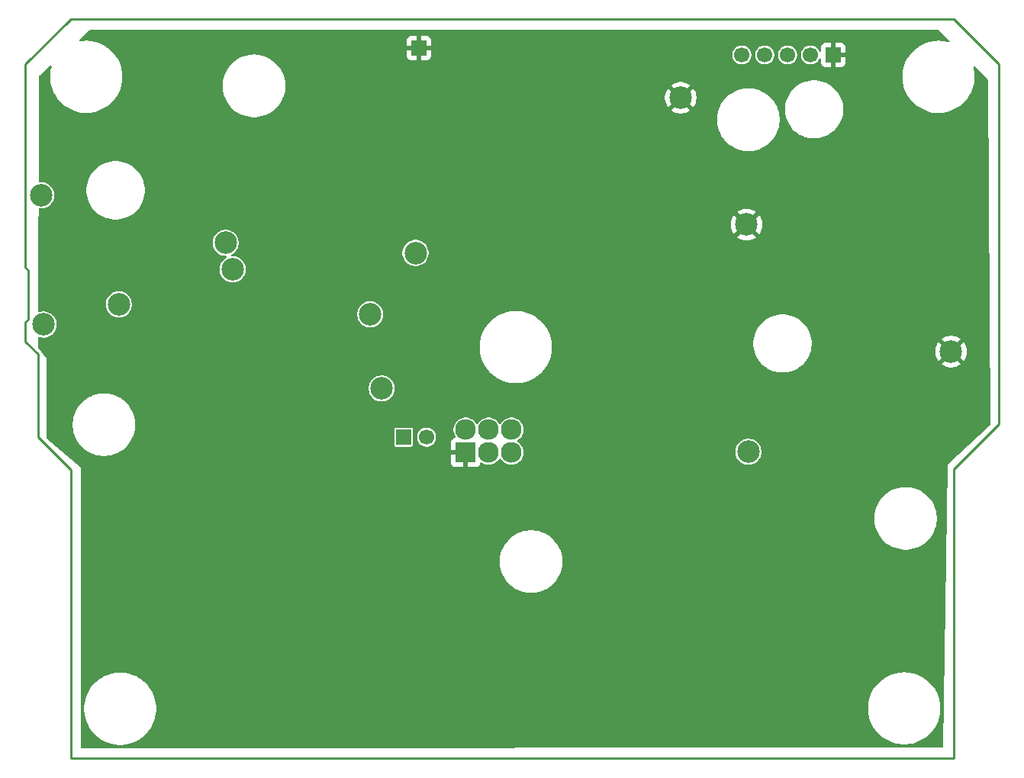
<source format=gbr>
%TF.GenerationSoftware,KiCad,Pcbnew,9.0.7*%
%TF.CreationDate,2026-02-04T15:51:40+00:00*%
%TF.ProjectId,FED3 tester 1st production aux,46454433-2074-4657-9374-657220317374,rev?*%
%TF.SameCoordinates,PX6146580PY6dc4960*%
%TF.FileFunction,Copper,L4,Bot*%
%TF.FilePolarity,Positive*%
%FSLAX46Y46*%
G04 Gerber Fmt 4.6, Leading zero omitted, Abs format (unit mm)*
G04 Created by KiCad (PCBNEW 9.0.7) date 2026-02-04 15:51:40*
%MOMM*%
%LPD*%
G01*
G04 APERTURE LIST*
%TA.AperFunction,ComponentPad*%
%ADD10C,2.500000*%
%TD*%
%TA.AperFunction,ComponentPad*%
%ADD11R,1.700000X1.700000*%
%TD*%
%TA.AperFunction,ComponentPad*%
%ADD12C,1.700000*%
%TD*%
%TA.AperFunction,ComponentPad*%
%ADD13C,2.300000*%
%TD*%
%TA.AperFunction,ComponentPad*%
%ADD14R,2.200000X2.200000*%
%TD*%
%TA.AperFunction,Profile*%
%ADD15C,0.250000*%
%TD*%
G04 APERTURE END LIST*
D10*
%TO.P,TP6,1,1*%
%TO.N,/main core/DUT stage/VccRGB*%
X34526100Y41053600D03*
%TD*%
%TO.P,TP3,1,1*%
%TO.N,/main core/DUT stage/+3V3test*%
X17201100Y57228600D03*
%TD*%
%TO.P,TP11,1,1*%
%TO.N,Net-(R49-Pad2)*%
X17976100Y54278600D03*
%TD*%
%TO.P,TP12,1,1*%
%TO.N,/main core/LED_GREEN*%
X33251100Y49278600D03*
%TD*%
%TO.P,TP7,1,1*%
%TO.N,GND*%
X97701100Y45153600D03*
%TD*%
%TO.P,TP10,1,1*%
%TO.N,/main core/LED_CHRG*%
X-3273900Y62503600D03*
%TD*%
%TO.P,TP8,1,1*%
%TO.N,GND*%
X75001100Y59253600D03*
%TD*%
D11*
%TO.P,J7,1,Pin_1*%
%TO.N,/main core/DUT stage/ExtVUSB*%
X36951100Y35653600D03*
D12*
%TO.P,J7,2,Pin_2*%
%TO.N,/main core/DUT stage/ThermalPin*%
X39491100Y35653600D03*
%TD*%
D10*
%TO.P,TP9,1,1*%
%TO.N,Net-(R50-Pad2)*%
X-2998900Y48153600D03*
%TD*%
%TO.P,TP4,1,1*%
%TO.N,/main core/DUT stage/VUSBtest*%
X5351100Y50403600D03*
%TD*%
%TO.P,TP2,1,1*%
%TO.N,/main core/DUT stage/VBattest*%
X75201100Y34028600D03*
%TD*%
D13*
%TO.P,J2,6,Pin_6*%
%TO.N,+3V3*%
X48919050Y36483857D03*
%TO.P,J2,5,Pin_5*%
%TO.N,/main core/DUT stage/SWCLK*%
X48919050Y33943857D03*
%TO.P,J2,4,Pin_4*%
%TO.N,unconnected-(J2-Pin_4-Pad4)*%
X46379050Y36483857D03*
%TO.P,J2,3,Pin_3*%
%TO.N,/main core/DUT stage/SWDIO*%
X46379050Y33943857D03*
%TO.P,J2,2,Pin_2*%
%TO.N,/main core/DUT stage/~{RESET}*%
X43839050Y36483857D03*
D14*
%TO.P,J2,1,Pin_1*%
%TO.N,GND*%
X43839050Y33943857D03*
%TD*%
D11*
%TO.P,TP1,1,1*%
%TO.N,GND*%
X38651100Y78850000D03*
%TD*%
D10*
%TO.P,TP5,1,1*%
%TO.N,GND*%
X67701100Y73328600D03*
%TD*%
%TO.P,TP13,1,1*%
%TO.N,/main core/RED_LED*%
X38276100Y56103600D03*
%TD*%
D11*
%TO.P,J4,1,Pin_1*%
%TO.N,GND*%
X84640000Y78075000D03*
D12*
%TO.P,J4,2,Pin_2*%
%TO.N,/main core/DUT stage/Motor-O*%
X82100000Y78075000D03*
%TO.P,J4,3,Pin_3*%
%TO.N,/main core/DUT stage/Motor-Y*%
X79560000Y78075000D03*
%TO.P,J4,4,Pin_4*%
%TO.N,/main core/DUT stage/Motor-P*%
X77020000Y78075000D03*
%TO.P,J4,5,Pin_5*%
%TO.N,/main core/DUT stage/Motor-B*%
X74480000Y78075000D03*
%TD*%
%TA.AperFunction,Conductor*%
%TO.N,GND*%
G36*
X96410945Y80825660D02*
G01*
X96432376Y80808229D01*
X97439763Y79782396D01*
X97515750Y79705018D01*
X97548677Y79643394D01*
X97543061Y79573750D01*
X97500684Y79518199D01*
X97435001Y79494377D01*
X97391282Y79499475D01*
X97273205Y79535293D01*
X97273194Y79535296D01*
X96887702Y79611974D01*
X96568680Y79643394D01*
X96496532Y79650500D01*
X96103468Y79650500D01*
X96031320Y79643394D01*
X95712297Y79611974D01*
X95326805Y79535296D01*
X95326794Y79535293D01*
X94950645Y79421190D01*
X94587500Y79270770D01*
X94587495Y79270768D01*
X94240862Y79085489D01*
X94240844Y79085478D01*
X93914039Y78867113D01*
X93914025Y78867103D01*
X93610182Y78617746D01*
X93332254Y78339818D01*
X93082897Y78035975D01*
X93082887Y78035961D01*
X92864522Y77709156D01*
X92864511Y77709138D01*
X92679232Y77362505D01*
X92679230Y77362500D01*
X92528810Y76999355D01*
X92414707Y76623206D01*
X92414704Y76623195D01*
X92338026Y76237703D01*
X92299500Y75846529D01*
X92299500Y75453472D01*
X92338026Y75062298D01*
X92414704Y74676806D01*
X92414707Y74676795D01*
X92528810Y74300646D01*
X92679230Y73937501D01*
X92679232Y73937496D01*
X92864511Y73590863D01*
X92864522Y73590845D01*
X93082887Y73264040D01*
X93082897Y73264026D01*
X93332254Y72960183D01*
X93610182Y72682255D01*
X93610187Y72682251D01*
X93610188Y72682250D01*
X93914031Y72432893D01*
X94240851Y72214518D01*
X94240860Y72214513D01*
X94240862Y72214512D01*
X94587495Y72029233D01*
X94587497Y72029233D01*
X94587503Y72029229D01*
X94950647Y71878810D01*
X95326785Y71764710D01*
X95326791Y71764709D01*
X95326794Y71764708D01*
X95326805Y71764705D01*
X95712297Y71688027D01*
X96103468Y71649500D01*
X96103471Y71649500D01*
X96496529Y71649500D01*
X96496532Y71649500D01*
X96887703Y71688027D01*
X96962748Y71702955D01*
X97273194Y71764705D01*
X97273205Y71764708D01*
X97273205Y71764709D01*
X97273215Y71764710D01*
X97649353Y71878810D01*
X98012497Y72029229D01*
X98359149Y72214518D01*
X98685969Y72432893D01*
X98989812Y72682250D01*
X99267750Y72960188D01*
X99517107Y73264031D01*
X99735482Y73590851D01*
X99920771Y73937503D01*
X100071190Y74300647D01*
X100185290Y74676785D01*
X100185292Y74676795D01*
X100185295Y74676806D01*
X100261973Y75062298D01*
X100300500Y75453468D01*
X100300500Y75846532D01*
X100261973Y76237703D01*
X100221949Y76438919D01*
X100185295Y76623195D01*
X100185291Y76623206D01*
X100185290Y76623215D01*
X100172306Y76666015D01*
X100171682Y76735878D01*
X100208930Y76794991D01*
X100272223Y76824583D01*
X100341468Y76815258D01*
X100379440Y76788890D01*
X100723129Y76438908D01*
X101690845Y75453472D01*
X101761830Y75381188D01*
X101794757Y75319564D01*
X101797354Y75295111D01*
X102045575Y37049597D01*
X102026326Y36982431D01*
X102006323Y36958269D01*
X97345928Y32595345D01*
X96799155Y1317051D01*
X96778302Y1250366D01*
X96724706Y1205541D01*
X96675304Y1195218D01*
X1271158Y1095475D01*
X1204098Y1115090D01*
X1158288Y1167846D01*
X1147028Y1219475D01*
X1147028Y5696529D01*
X1499500Y5696529D01*
X1499500Y5303472D01*
X1538026Y4912298D01*
X1614704Y4526806D01*
X1614707Y4526795D01*
X1728810Y4150646D01*
X1879230Y3787501D01*
X1879232Y3787496D01*
X2064511Y3440863D01*
X2064522Y3440845D01*
X2282887Y3114040D01*
X2282897Y3114026D01*
X2532254Y2810183D01*
X2810182Y2532255D01*
X2810187Y2532251D01*
X2810188Y2532250D01*
X3114031Y2282893D01*
X3440851Y2064518D01*
X3440860Y2064513D01*
X3440862Y2064512D01*
X3787495Y1879233D01*
X3787497Y1879233D01*
X3787503Y1879229D01*
X4150647Y1728810D01*
X4526785Y1614710D01*
X4526791Y1614709D01*
X4526794Y1614708D01*
X4526805Y1614705D01*
X4912297Y1538027D01*
X5303468Y1499500D01*
X5303471Y1499500D01*
X5696529Y1499500D01*
X5696532Y1499500D01*
X6087703Y1538027D01*
X6162748Y1552955D01*
X6473194Y1614705D01*
X6473205Y1614708D01*
X6473205Y1614709D01*
X6473215Y1614710D01*
X6849353Y1728810D01*
X7212497Y1879229D01*
X7559149Y2064518D01*
X7885969Y2282893D01*
X8189812Y2532250D01*
X8467750Y2810188D01*
X8717107Y3114031D01*
X8935482Y3440851D01*
X9120771Y3787503D01*
X9271190Y4150647D01*
X9385290Y4526785D01*
X9385292Y4526795D01*
X9385295Y4526806D01*
X9461973Y4912298D01*
X9500500Y5303468D01*
X9500500Y5696532D01*
X9495576Y5746529D01*
X88499500Y5746529D01*
X88499500Y5353472D01*
X88538026Y4962298D01*
X88614704Y4576806D01*
X88614707Y4576795D01*
X88728810Y4200646D01*
X88879230Y3837501D01*
X88879232Y3837496D01*
X89064511Y3490863D01*
X89064522Y3490845D01*
X89282887Y3164040D01*
X89282897Y3164026D01*
X89532254Y2860183D01*
X89810182Y2582255D01*
X89810187Y2582251D01*
X89810188Y2582250D01*
X90114031Y2332893D01*
X90440851Y2114518D01*
X90440860Y2114513D01*
X90440862Y2114512D01*
X90787495Y1929233D01*
X90787497Y1929233D01*
X90787503Y1929229D01*
X91150647Y1778810D01*
X91526785Y1664710D01*
X91526791Y1664709D01*
X91526794Y1664708D01*
X91526805Y1664705D01*
X91912297Y1588027D01*
X92303468Y1549500D01*
X92303471Y1549500D01*
X92696529Y1549500D01*
X92696532Y1549500D01*
X93087703Y1588027D01*
X93221848Y1614710D01*
X93473194Y1664705D01*
X93473205Y1664708D01*
X93473205Y1664709D01*
X93473215Y1664710D01*
X93849353Y1778810D01*
X94212497Y1929229D01*
X94559149Y2114518D01*
X94885969Y2332893D01*
X95189812Y2582250D01*
X95467750Y2860188D01*
X95717107Y3164031D01*
X95935482Y3490851D01*
X96120771Y3837503D01*
X96271190Y4200647D01*
X96385290Y4576785D01*
X96385292Y4576795D01*
X96385295Y4576806D01*
X96461973Y4962298D01*
X96495575Y5303468D01*
X96500500Y5353468D01*
X96500500Y5746532D01*
X96461973Y6137703D01*
X96395240Y6473195D01*
X96385295Y6523195D01*
X96385292Y6523206D01*
X96385291Y6523209D01*
X96385290Y6523215D01*
X96271190Y6899353D01*
X96120771Y7262497D01*
X95962213Y7559138D01*
X95935488Y7609138D01*
X95935487Y7609140D01*
X95935482Y7609149D01*
X95717107Y7935969D01*
X95467750Y8239812D01*
X95467749Y8239813D01*
X95467745Y8239818D01*
X95189817Y8517746D01*
X94885974Y8767103D01*
X94885973Y8767104D01*
X94885969Y8767107D01*
X94559149Y8985482D01*
X94559144Y8985485D01*
X94559137Y8985489D01*
X94212504Y9170768D01*
X94212499Y9170770D01*
X93849354Y9321190D01*
X93473205Y9435293D01*
X93473194Y9435296D01*
X93087702Y9511974D01*
X92793089Y9540990D01*
X92696532Y9550500D01*
X92303468Y9550500D01*
X92214251Y9541713D01*
X91912297Y9511974D01*
X91526805Y9435296D01*
X91526794Y9435293D01*
X91150645Y9321190D01*
X90787500Y9170770D01*
X90787495Y9170768D01*
X90440862Y8985489D01*
X90440844Y8985478D01*
X90114039Y8767113D01*
X90114025Y8767103D01*
X89810182Y8517746D01*
X89532254Y8239818D01*
X89282897Y7935975D01*
X89282887Y7935961D01*
X89064522Y7609156D01*
X89064511Y7609138D01*
X88879232Y7262505D01*
X88879230Y7262500D01*
X88728810Y6899355D01*
X88614707Y6523206D01*
X88614704Y6523195D01*
X88538026Y6137703D01*
X88499500Y5746529D01*
X9495576Y5746529D01*
X9461973Y6087703D01*
X9385295Y6473195D01*
X9385292Y6473206D01*
X9385291Y6473209D01*
X9385290Y6473215D01*
X9271190Y6849353D01*
X9120771Y7212497D01*
X9094045Y7262497D01*
X8935488Y7559138D01*
X8935487Y7559140D01*
X8935482Y7559149D01*
X8717107Y7885969D01*
X8467750Y8189812D01*
X8467749Y8189813D01*
X8467745Y8189818D01*
X8189817Y8467746D01*
X7885974Y8717103D01*
X7885973Y8717104D01*
X7885969Y8717107D01*
X7559149Y8935482D01*
X7559144Y8935485D01*
X7559137Y8935489D01*
X7212504Y9120768D01*
X7212499Y9120770D01*
X6849354Y9271190D01*
X6473205Y9385293D01*
X6473194Y9385296D01*
X6087702Y9461974D01*
X5793089Y9490990D01*
X5696532Y9500500D01*
X5303468Y9500500D01*
X5214251Y9491713D01*
X4912297Y9461974D01*
X4526805Y9385296D01*
X4526794Y9385293D01*
X4150645Y9271190D01*
X3787500Y9120770D01*
X3787495Y9120768D01*
X3440862Y8935489D01*
X3440844Y8935478D01*
X3114039Y8717113D01*
X3114025Y8717103D01*
X2810182Y8467746D01*
X2532254Y8189818D01*
X2282897Y7885975D01*
X2282887Y7885961D01*
X2064522Y7559156D01*
X2064511Y7559138D01*
X1879232Y7212505D01*
X1879230Y7212500D01*
X1728810Y6849355D01*
X1614707Y6473206D01*
X1614704Y6473195D01*
X1538026Y6087703D01*
X1499500Y5696529D01*
X1147028Y5696529D01*
X1147028Y22011786D01*
X47624500Y22011786D01*
X47624500Y21670313D01*
X47657969Y21330483D01*
X47657972Y21330466D01*
X47724589Y20995559D01*
X47823718Y20668775D01*
X47954394Y20353296D01*
X47954401Y20353282D01*
X48115362Y20052142D01*
X48115373Y20052124D01*
X48305080Y19768208D01*
X48305090Y19768194D01*
X48521723Y19504226D01*
X48763176Y19262773D01*
X48763181Y19262769D01*
X48763182Y19262768D01*
X49027150Y19046135D01*
X49311081Y18856418D01*
X49612240Y18695446D01*
X49927727Y18564767D01*
X50254504Y18465640D01*
X50589423Y18399020D01*
X50929260Y18365549D01*
X50929263Y18365549D01*
X51270737Y18365549D01*
X51270740Y18365549D01*
X51610577Y18399020D01*
X51945496Y18465640D01*
X52272273Y18564767D01*
X52587760Y18695446D01*
X52888919Y18856418D01*
X53172850Y19046135D01*
X53436818Y19262768D01*
X53678281Y19504231D01*
X53894914Y19768199D01*
X54084631Y20052130D01*
X54245603Y20353289D01*
X54376282Y20668776D01*
X54475409Y20995553D01*
X54542029Y21330472D01*
X54575500Y21670309D01*
X54575500Y22011789D01*
X54542029Y22351626D01*
X54475409Y22686545D01*
X54376282Y23013322D01*
X54245603Y23328809D01*
X54084631Y23629968D01*
X53894914Y23913899D01*
X53678281Y24177867D01*
X53678280Y24177868D01*
X53678276Y24177873D01*
X53436823Y24419326D01*
X53172855Y24635959D01*
X53172854Y24635960D01*
X53172850Y24635963D01*
X52888919Y24825680D01*
X52888914Y24825683D01*
X52888907Y24825687D01*
X52587767Y24986648D01*
X52587760Y24986652D01*
X52587753Y24986655D01*
X52272274Y25117331D01*
X51945490Y25216460D01*
X51610583Y25283077D01*
X51610566Y25283080D01*
X51353579Y25308391D01*
X51270740Y25316549D01*
X50929260Y25316549D01*
X50852646Y25309004D01*
X50589433Y25283080D01*
X50589416Y25283077D01*
X50254509Y25216460D01*
X49927725Y25117331D01*
X49612246Y24986655D01*
X49612232Y24986648D01*
X49311092Y24825687D01*
X49311074Y24825676D01*
X49027158Y24635969D01*
X49027144Y24635959D01*
X48763176Y24419326D01*
X48521723Y24177873D01*
X48305090Y23913905D01*
X48305080Y23913891D01*
X48115373Y23629975D01*
X48115362Y23629957D01*
X47954401Y23328817D01*
X47954394Y23328803D01*
X47823718Y23013324D01*
X47724589Y22686540D01*
X47657972Y22351633D01*
X47657969Y22351616D01*
X47624500Y22011786D01*
X1147028Y22011786D01*
X1147028Y26811786D01*
X89174500Y26811786D01*
X89174500Y26470313D01*
X89207969Y26130483D01*
X89207972Y26130466D01*
X89274589Y25795559D01*
X89373718Y25468775D01*
X89504394Y25153296D01*
X89504401Y25153282D01*
X89665362Y24852142D01*
X89665373Y24852124D01*
X89855080Y24568208D01*
X89855090Y24568194D01*
X90071723Y24304226D01*
X90313176Y24062773D01*
X90313181Y24062769D01*
X90313182Y24062768D01*
X90577150Y23846135D01*
X90861081Y23656418D01*
X91162240Y23495446D01*
X91477727Y23364767D01*
X91804504Y23265640D01*
X92139423Y23199020D01*
X92479260Y23165549D01*
X92479263Y23165549D01*
X92820737Y23165549D01*
X92820740Y23165549D01*
X93160577Y23199020D01*
X93495496Y23265640D01*
X93822273Y23364767D01*
X94137760Y23495446D01*
X94438919Y23656418D01*
X94722850Y23846135D01*
X94986818Y24062768D01*
X95228281Y24304231D01*
X95444914Y24568199D01*
X95634631Y24852130D01*
X95795603Y25153289D01*
X95926282Y25468776D01*
X96025409Y25795553D01*
X96092029Y26130472D01*
X96125500Y26470309D01*
X96125500Y26811789D01*
X96092029Y27151626D01*
X96025409Y27486545D01*
X95926282Y27813322D01*
X95795603Y28128809D01*
X95634631Y28429968D01*
X95444914Y28713899D01*
X95228281Y28977867D01*
X95228280Y28977868D01*
X95228276Y28977873D01*
X94986823Y29219326D01*
X94722855Y29435959D01*
X94722854Y29435960D01*
X94722850Y29435963D01*
X94438919Y29625680D01*
X94438914Y29625683D01*
X94438907Y29625687D01*
X94137767Y29786648D01*
X94137760Y29786652D01*
X94137753Y29786655D01*
X93822274Y29917331D01*
X93495490Y30016460D01*
X93160583Y30083077D01*
X93160566Y30083080D01*
X92903579Y30108391D01*
X92820740Y30116549D01*
X92479260Y30116549D01*
X92402646Y30109004D01*
X92139433Y30083080D01*
X92139416Y30083077D01*
X91804509Y30016460D01*
X91477725Y29917331D01*
X91162246Y29786655D01*
X91162232Y29786648D01*
X90861092Y29625687D01*
X90861074Y29625676D01*
X90577158Y29435969D01*
X90577144Y29435959D01*
X90313176Y29219326D01*
X90071723Y28977873D01*
X89855090Y28713905D01*
X89855080Y28713891D01*
X89665373Y28429975D01*
X89665362Y28429957D01*
X89504401Y28128817D01*
X89504394Y28128803D01*
X89373718Y27813324D01*
X89274589Y27486540D01*
X89207972Y27151633D01*
X89207969Y27151616D01*
X89174500Y26811786D01*
X1147028Y26811786D01*
X1147028Y32295346D01*
X-2660045Y35508190D01*
X-2698583Y35566470D01*
X-2704072Y35602954D01*
X-2704072Y37211786D01*
X224500Y37211786D01*
X224500Y36870313D01*
X257969Y36530483D01*
X257972Y36530466D01*
X324589Y36195559D01*
X423718Y35868775D01*
X554394Y35553296D01*
X554397Y35553289D01*
X561908Y35539237D01*
X715362Y35252142D01*
X715373Y35252124D01*
X905080Y34968208D01*
X905090Y34968194D01*
X1121723Y34704226D01*
X1363176Y34462773D01*
X1363181Y34462769D01*
X1363182Y34462768D01*
X1627150Y34246135D01*
X1911081Y34056418D01*
X2212240Y33895446D01*
X2527727Y33764767D01*
X2854504Y33665640D01*
X3189423Y33599020D01*
X3529260Y33565549D01*
X3529263Y33565549D01*
X3870737Y33565549D01*
X3870740Y33565549D01*
X4210577Y33599020D01*
X4545496Y33665640D01*
X4872273Y33764767D01*
X5187760Y33895446D01*
X5488919Y34056418D01*
X5772850Y34246135D01*
X6036818Y34462768D01*
X6278281Y34704231D01*
X6494914Y34968199D01*
X6684631Y35252130D01*
X6845603Y35553289D01*
X6976282Y35868776D01*
X7075409Y36195553D01*
X7140613Y36523353D01*
X35900600Y36523353D01*
X35900600Y34783848D01*
X35912231Y34725371D01*
X35912232Y34725370D01*
X35956547Y34659048D01*
X36022869Y34614733D01*
X36022870Y34614732D01*
X36081347Y34603101D01*
X36081350Y34603100D01*
X36081352Y34603100D01*
X37820850Y34603100D01*
X37820851Y34603101D01*
X37835668Y34606048D01*
X37879329Y34614732D01*
X37879329Y34614733D01*
X37879331Y34614733D01*
X37945652Y34659048D01*
X37989967Y34725369D01*
X37989967Y34725371D01*
X37989968Y34725371D01*
X38001599Y34783848D01*
X38001600Y34783850D01*
X38001600Y35757070D01*
X38440600Y35757070D01*
X38440600Y35550131D01*
X38480968Y35347188D01*
X38480970Y35347180D01*
X38560158Y35156004D01*
X38675124Y34983943D01*
X38821442Y34837625D01*
X38821445Y34837623D01*
X38993502Y34722659D01*
X39184680Y34643470D01*
X39329152Y34614733D01*
X39387630Y34603101D01*
X39387634Y34603100D01*
X39387635Y34603100D01*
X39594566Y34603100D01*
X39594567Y34603101D01*
X39797520Y34643470D01*
X39988698Y34722659D01*
X40160755Y34837623D01*
X40307077Y34983945D01*
X40379077Y35091702D01*
X42239050Y35091702D01*
X42239050Y34193857D01*
X42996636Y34193857D01*
X42964050Y34030037D01*
X42964050Y33857677D01*
X42996636Y33693857D01*
X42239050Y33693857D01*
X42239050Y32796013D01*
X42245451Y32736485D01*
X42245453Y32736478D01*
X42295695Y32601771D01*
X42295699Y32601764D01*
X42381859Y32486670D01*
X42381862Y32486667D01*
X42496956Y32400507D01*
X42496963Y32400503D01*
X42631670Y32350261D01*
X42631677Y32350259D01*
X42691205Y32343858D01*
X42691222Y32343857D01*
X43589050Y32343857D01*
X43589050Y33101444D01*
X43752870Y33068857D01*
X43925230Y33068857D01*
X44089050Y33101444D01*
X44089050Y32343857D01*
X44986878Y32343857D01*
X44986894Y32343858D01*
X45046422Y32350259D01*
X45046429Y32350261D01*
X45181136Y32400503D01*
X45181143Y32400507D01*
X45296237Y32486667D01*
X45296240Y32486670D01*
X45382400Y32601764D01*
X45382404Y32601771D01*
X45432646Y32736478D01*
X45434430Y32744025D01*
X45436673Y32743495D01*
X45458979Y32797374D01*
X45516363Y32837233D01*
X45586188Y32839740D01*
X45628430Y32819904D01*
X45659441Y32797374D01*
X45671234Y32788806D01*
X45860638Y32692300D01*
X46062807Y32626611D01*
X46272763Y32593357D01*
X46272764Y32593357D01*
X46485336Y32593357D01*
X46485337Y32593357D01*
X46695293Y32626611D01*
X46897462Y32692300D01*
X47086866Y32788806D01*
X47156971Y32839740D01*
X47258836Y32913748D01*
X47258838Y32913751D01*
X47258842Y32913753D01*
X47409154Y33064065D01*
X47409156Y33064069D01*
X47409159Y33064071D01*
X47534098Y33236037D01*
X47534097Y33236037D01*
X47534101Y33236041D01*
X47538564Y33244803D01*
X47586538Y33295598D01*
X47654358Y33312394D01*
X47720494Y33289858D01*
X47759536Y33244801D01*
X47764001Y33236037D01*
X47888940Y33064071D01*
X48039263Y32913748D01*
X48211229Y32788809D01*
X48211231Y32788808D01*
X48211234Y32788806D01*
X48400638Y32692300D01*
X48602807Y32626611D01*
X48812763Y32593357D01*
X48812764Y32593357D01*
X49025336Y32593357D01*
X49025337Y32593357D01*
X49235293Y32626611D01*
X49437462Y32692300D01*
X49626866Y32788806D01*
X49696971Y32839740D01*
X49798836Y32913748D01*
X49798838Y32913751D01*
X49798842Y32913753D01*
X49949154Y33064065D01*
X49949156Y33064069D01*
X49949159Y33064071D01*
X50074098Y33236037D01*
X50074097Y33236037D01*
X50074101Y33236041D01*
X50170607Y33425445D01*
X50236296Y33627614D01*
X50269550Y33837570D01*
X50269550Y34050144D01*
X50254880Y34142763D01*
X73750600Y34142763D01*
X73750600Y33914438D01*
X73786315Y33688940D01*
X73856870Y33471797D01*
X73900547Y33386077D01*
X73960521Y33268372D01*
X74094721Y33083663D01*
X74256163Y32922221D01*
X74440872Y32788021D01*
X74527219Y32744025D01*
X74644296Y32684371D01*
X74644298Y32684371D01*
X74644301Y32684369D01*
X74760692Y32646551D01*
X74861439Y32613816D01*
X75086938Y32578100D01*
X75086943Y32578100D01*
X75315262Y32578100D01*
X75540760Y32613816D01*
X75757899Y32684369D01*
X75961328Y32788021D01*
X76146037Y32922221D01*
X76307479Y33083663D01*
X76441679Y33268372D01*
X76545331Y33471801D01*
X76615884Y33688940D01*
X76627894Y33764768D01*
X76651600Y33914438D01*
X76651600Y34142763D01*
X76615884Y34368261D01*
X76572547Y34501637D01*
X76545331Y34585399D01*
X76545329Y34585402D01*
X76545329Y34585404D01*
X76444214Y34783852D01*
X76441679Y34788828D01*
X76307479Y34973537D01*
X76146037Y35134979D01*
X75961328Y35269179D01*
X75928411Y35285951D01*
X75757903Y35372830D01*
X75540760Y35443385D01*
X75315262Y35479100D01*
X75315257Y35479100D01*
X75086943Y35479100D01*
X75086938Y35479100D01*
X74861439Y35443385D01*
X74644296Y35372830D01*
X74440871Y35269179D01*
X74256161Y35134978D01*
X74094722Y34973539D01*
X73960521Y34788829D01*
X73856870Y34585404D01*
X73786315Y34368261D01*
X73750600Y34142763D01*
X50254880Y34142763D01*
X50236296Y34260100D01*
X50170607Y34462269D01*
X50074101Y34651673D01*
X50074099Y34651676D01*
X50074098Y34651678D01*
X49949159Y34823644D01*
X49798836Y34973967D01*
X49626870Y35098906D01*
X49626165Y35099266D01*
X49618104Y35103372D01*
X49567309Y35151345D01*
X49550513Y35219165D01*
X49573049Y35285301D01*
X49618104Y35324342D01*
X49626866Y35328806D01*
X49687462Y35372831D01*
X49798836Y35453748D01*
X49798838Y35453751D01*
X49798842Y35453753D01*
X49949154Y35604065D01*
X49949156Y35604069D01*
X49949159Y35604071D01*
X50074098Y35776037D01*
X50074097Y35776037D01*
X50074101Y35776041D01*
X50170607Y35965445D01*
X50236296Y36167614D01*
X50269550Y36377570D01*
X50269550Y36590144D01*
X50236296Y36800100D01*
X50170607Y37002269D01*
X50074101Y37191673D01*
X50074099Y37191676D01*
X50074098Y37191678D01*
X49949159Y37363644D01*
X49798836Y37513967D01*
X49626870Y37638906D01*
X49437464Y37735413D01*
X49437463Y37735414D01*
X49437462Y37735414D01*
X49235293Y37801103D01*
X49235291Y37801104D01*
X49235290Y37801104D01*
X49074007Y37826649D01*
X49025337Y37834357D01*
X48812763Y37834357D01*
X48764092Y37826649D01*
X48602810Y37801104D01*
X48400635Y37735413D01*
X48211229Y37638906D01*
X48039263Y37513967D01*
X47888940Y37363644D01*
X47763999Y37191675D01*
X47759534Y37182911D01*
X47711559Y37132115D01*
X47643738Y37115321D01*
X47577603Y37137859D01*
X47538566Y37182911D01*
X47534100Y37191675D01*
X47409159Y37363644D01*
X47258836Y37513967D01*
X47086870Y37638906D01*
X46897464Y37735413D01*
X46897463Y37735414D01*
X46897462Y37735414D01*
X46695293Y37801103D01*
X46695291Y37801104D01*
X46695290Y37801104D01*
X46534007Y37826649D01*
X46485337Y37834357D01*
X46272763Y37834357D01*
X46224092Y37826649D01*
X46062810Y37801104D01*
X45860635Y37735413D01*
X45671229Y37638906D01*
X45499263Y37513967D01*
X45348940Y37363644D01*
X45223999Y37191675D01*
X45219534Y37182911D01*
X45171559Y37132115D01*
X45103738Y37115321D01*
X45037603Y37137859D01*
X44998566Y37182911D01*
X44994100Y37191675D01*
X44869159Y37363644D01*
X44718836Y37513967D01*
X44546870Y37638906D01*
X44357464Y37735413D01*
X44357463Y37735414D01*
X44357462Y37735414D01*
X44155293Y37801103D01*
X44155291Y37801104D01*
X44155290Y37801104D01*
X43994007Y37826649D01*
X43945337Y37834357D01*
X43732763Y37834357D01*
X43684092Y37826649D01*
X43522810Y37801104D01*
X43320635Y37735413D01*
X43131229Y37638906D01*
X42959263Y37513967D01*
X42808940Y37363644D01*
X42684001Y37191678D01*
X42587494Y37002272D01*
X42521803Y36800097D01*
X42488550Y36590144D01*
X42488550Y36377570D01*
X42521804Y36167614D01*
X42527138Y36151197D01*
X42587494Y35965443D01*
X42683998Y35776042D01*
X42715097Y35733238D01*
X42738576Y35667431D01*
X42722750Y35599377D01*
X42672644Y35550683D01*
X42638944Y35540394D01*
X42639218Y35539237D01*
X42631670Y35537454D01*
X42496963Y35487212D01*
X42496956Y35487208D01*
X42381862Y35401048D01*
X42381859Y35401045D01*
X42295699Y35285951D01*
X42295695Y35285944D01*
X42245453Y35151237D01*
X42245451Y35151230D01*
X42239050Y35091702D01*
X40379077Y35091702D01*
X40422041Y35156002D01*
X40501230Y35347180D01*
X40541600Y35550135D01*
X40541600Y35757065D01*
X40501230Y35960020D01*
X40422041Y36151198D01*
X40307077Y36323255D01*
X40307075Y36323258D01*
X40160757Y36469576D01*
X40074726Y36527059D01*
X39988698Y36584541D01*
X39975171Y36590144D01*
X39797520Y36663730D01*
X39797512Y36663732D01*
X39594569Y36704100D01*
X39594565Y36704100D01*
X39387635Y36704100D01*
X39387630Y36704100D01*
X39184687Y36663732D01*
X39184679Y36663730D01*
X38993503Y36584542D01*
X38821442Y36469576D01*
X38675124Y36323258D01*
X38560158Y36151197D01*
X38480970Y35960021D01*
X38480968Y35960013D01*
X38440600Y35757070D01*
X38001600Y35757070D01*
X38001600Y36523351D01*
X38001599Y36523353D01*
X37989968Y36581830D01*
X37989967Y36581831D01*
X37945652Y36648153D01*
X37879330Y36692468D01*
X37879329Y36692469D01*
X37820852Y36704100D01*
X37820848Y36704100D01*
X36081352Y36704100D01*
X36081347Y36704100D01*
X36022870Y36692469D01*
X36022869Y36692468D01*
X35956547Y36648153D01*
X35912232Y36581831D01*
X35912231Y36581830D01*
X35900600Y36523353D01*
X7140613Y36523353D01*
X7142029Y36530472D01*
X7147088Y36581830D01*
X7159130Y36704100D01*
X7175500Y36870309D01*
X7175500Y37211789D01*
X7142029Y37551626D01*
X7075409Y37886545D01*
X6976282Y38213322D01*
X6845603Y38528809D01*
X6684631Y38829968D01*
X6494914Y39113899D01*
X6278281Y39377867D01*
X6278280Y39377868D01*
X6278276Y39377873D01*
X6036823Y39619326D01*
X5772855Y39835959D01*
X5772854Y39835960D01*
X5772850Y39835963D01*
X5488919Y40025680D01*
X5488914Y40025683D01*
X5488907Y40025687D01*
X5187767Y40186648D01*
X5187760Y40186652D01*
X5187753Y40186655D01*
X4872274Y40317331D01*
X4545490Y40416460D01*
X4210583Y40483077D01*
X4210566Y40483080D01*
X3953579Y40508391D01*
X3870740Y40516549D01*
X3529260Y40516549D01*
X3452646Y40509004D01*
X3189433Y40483080D01*
X3189416Y40483077D01*
X2854509Y40416460D01*
X2527725Y40317331D01*
X2212246Y40186655D01*
X2212232Y40186648D01*
X1911092Y40025687D01*
X1911074Y40025676D01*
X1627158Y39835969D01*
X1627144Y39835959D01*
X1363176Y39619326D01*
X1121723Y39377873D01*
X905090Y39113905D01*
X905080Y39113891D01*
X715373Y38829975D01*
X715362Y38829957D01*
X554401Y38528817D01*
X554394Y38528803D01*
X423718Y38213324D01*
X324589Y37886540D01*
X257972Y37551633D01*
X257969Y37551616D01*
X224500Y37211786D01*
X-2704072Y37211786D01*
X-2704072Y41167763D01*
X33075600Y41167763D01*
X33075600Y40939438D01*
X33111315Y40713940D01*
X33181870Y40496797D01*
X33273313Y40317331D01*
X33285521Y40293372D01*
X33419721Y40108663D01*
X33581163Y39947221D01*
X33765872Y39813021D01*
X33861984Y39764050D01*
X33969296Y39709371D01*
X33969298Y39709371D01*
X33969301Y39709369D01*
X34085692Y39671551D01*
X34186439Y39638816D01*
X34411938Y39603100D01*
X34411943Y39603100D01*
X34640262Y39603100D01*
X34865760Y39638816D01*
X35082899Y39709369D01*
X35286328Y39813021D01*
X35471037Y39947221D01*
X35632479Y40108663D01*
X35766679Y40293372D01*
X35870331Y40496801D01*
X35940884Y40713940D01*
X35976600Y40939438D01*
X35976600Y41167763D01*
X35940884Y41393261D01*
X35870329Y41610404D01*
X35766678Y41813829D01*
X35719466Y41878810D01*
X35632479Y41998537D01*
X35471037Y42159979D01*
X35286328Y42294179D01*
X35082903Y42397830D01*
X34865760Y42468385D01*
X34640262Y42504100D01*
X34640257Y42504100D01*
X34411943Y42504100D01*
X34411938Y42504100D01*
X34186439Y42468385D01*
X33969296Y42397830D01*
X33765871Y42294179D01*
X33581161Y42159978D01*
X33419722Y41998539D01*
X33285521Y41813829D01*
X33181870Y41610404D01*
X33111315Y41393261D01*
X33075600Y41167763D01*
X-2704072Y41167763D01*
X-2704072Y44395344D01*
X-2704072Y44395345D01*
X-3578083Y45562119D01*
X-3585903Y45583066D01*
X-3597929Y45601914D01*
X-3600938Y45623338D01*
X-3602519Y45627574D01*
X-3602837Y45636840D01*
X-3602150Y45846529D01*
X45400600Y45846529D01*
X45400600Y45453472D01*
X45439126Y45062298D01*
X45515804Y44676806D01*
X45515807Y44676795D01*
X45629910Y44300646D01*
X45780330Y43937501D01*
X45780332Y43937496D01*
X45965611Y43590863D01*
X45965622Y43590845D01*
X46183987Y43264040D01*
X46183997Y43264026D01*
X46433354Y42960183D01*
X46711282Y42682255D01*
X46711287Y42682251D01*
X46711288Y42682250D01*
X47015131Y42432893D01*
X47341951Y42214518D01*
X47341960Y42214513D01*
X47341962Y42214512D01*
X47688595Y42029233D01*
X47688597Y42029233D01*
X47688603Y42029229D01*
X48051747Y41878810D01*
X48427885Y41764710D01*
X48427891Y41764709D01*
X48427894Y41764708D01*
X48427905Y41764705D01*
X48813397Y41688027D01*
X49204568Y41649500D01*
X49204571Y41649500D01*
X49597629Y41649500D01*
X49597632Y41649500D01*
X49988803Y41688027D01*
X50063848Y41702955D01*
X50374294Y41764705D01*
X50374305Y41764708D01*
X50374305Y41764709D01*
X50374315Y41764710D01*
X50750453Y41878810D01*
X51113597Y42029229D01*
X51460249Y42214518D01*
X51787069Y42432893D01*
X52090912Y42682250D01*
X52368850Y42960188D01*
X52618207Y43264031D01*
X52836582Y43590851D01*
X53021871Y43937503D01*
X53172290Y44300647D01*
X53286390Y44676785D01*
X53286392Y44676795D01*
X53286395Y44676806D01*
X53363073Y45062298D01*
X53363820Y45069882D01*
X53401600Y45453468D01*
X53401600Y45846532D01*
X53373884Y46127941D01*
X53364574Y46222465D01*
X53364574Y46222466D01*
X53363719Y46231145D01*
X75774500Y46231145D01*
X75774500Y45868856D01*
X75815061Y45508870D01*
X75815062Y45508861D01*
X75815063Y45508857D01*
X75827704Y45453472D01*
X75895678Y45155657D01*
X75895681Y45155649D01*
X76015332Y44813707D01*
X76172517Y44487309D01*
X76172519Y44487306D01*
X76365264Y44180555D01*
X76425090Y44105536D01*
X76559091Y43937503D01*
X76591142Y43897313D01*
X76847313Y43641142D01*
X77130555Y43415264D01*
X77437306Y43222519D01*
X77763710Y43065331D01*
X78020531Y42975466D01*
X78105648Y42945682D01*
X78105656Y42945679D01*
X78105659Y42945679D01*
X78105660Y42945678D01*
X78458857Y42865063D01*
X78818856Y42824501D01*
X78818857Y42824500D01*
X78818860Y42824500D01*
X79181143Y42824500D01*
X79181143Y42824501D01*
X79541143Y42865063D01*
X79894340Y42945678D01*
X80236290Y43065331D01*
X80562694Y43222519D01*
X80869445Y43415264D01*
X81152687Y43641142D01*
X81408858Y43897313D01*
X81634736Y44180555D01*
X81827481Y44487306D01*
X81984669Y44813710D01*
X82104322Y45155660D01*
X82130030Y45268295D01*
X95951100Y45268295D01*
X95951100Y45038906D01*
X95951101Y45038890D01*
X95981042Y44811463D01*
X96040418Y44589870D01*
X96128202Y44377941D01*
X96128206Y44377931D01*
X96242899Y44179276D01*
X96242905Y44179269D01*
X96299481Y44105536D01*
X96946984Y44753040D01*
X96947840Y44750974D01*
X97040862Y44611756D01*
X97159256Y44493362D01*
X97298474Y44400340D01*
X97300537Y44399486D01*
X96653034Y43751983D01*
X96653034Y43751982D01*
X96726766Y43695406D01*
X96925430Y43580707D01*
X96925440Y43580703D01*
X97137369Y43492919D01*
X97358962Y43433543D01*
X97586389Y43403602D01*
X97586406Y43403600D01*
X97815794Y43403600D01*
X97815810Y43403602D01*
X98043237Y43433543D01*
X98264830Y43492919D01*
X98476759Y43580703D01*
X98476768Y43580707D01*
X98675427Y43695403D01*
X98675434Y43695408D01*
X98749164Y43751983D01*
X98101661Y44399486D01*
X98103726Y44400340D01*
X98242944Y44493362D01*
X98361338Y44611756D01*
X98454360Y44750974D01*
X98455214Y44753039D01*
X99102717Y44105536D01*
X99159292Y44179266D01*
X99159297Y44179273D01*
X99273993Y44377932D01*
X99273997Y44377941D01*
X99361781Y44589870D01*
X99421157Y44811463D01*
X99451098Y45038890D01*
X99451100Y45038906D01*
X99451100Y45268295D01*
X99451098Y45268311D01*
X99421157Y45495738D01*
X99361781Y45717331D01*
X99273997Y45929260D01*
X99273993Y45929270D01*
X99159294Y46127934D01*
X99102718Y46201666D01*
X99102717Y46201666D01*
X98455214Y45554163D01*
X98454360Y45556226D01*
X98361338Y45695444D01*
X98242944Y45813838D01*
X98103726Y45906860D01*
X98101660Y45907716D01*
X98749164Y46555219D01*
X98749164Y46555220D01*
X98675431Y46611795D01*
X98675424Y46611801D01*
X98476769Y46726494D01*
X98476759Y46726498D01*
X98264830Y46814282D01*
X98043237Y46873658D01*
X97815810Y46903599D01*
X97815794Y46903600D01*
X97586406Y46903600D01*
X97586389Y46903599D01*
X97358962Y46873658D01*
X97137369Y46814282D01*
X96925440Y46726498D01*
X96925430Y46726494D01*
X96726773Y46611799D01*
X96726759Y46611790D01*
X96653034Y46555220D01*
X97300538Y45907716D01*
X97298474Y45906860D01*
X97159256Y45813838D01*
X97040862Y45695444D01*
X96947840Y45556226D01*
X96946984Y45554162D01*
X96299480Y46201666D01*
X96242910Y46127941D01*
X96242901Y46127927D01*
X96128206Y45929270D01*
X96128202Y45929260D01*
X96040418Y45717331D01*
X95981042Y45495738D01*
X95951101Y45268311D01*
X95951100Y45268295D01*
X82130030Y45268295D01*
X82184937Y45508857D01*
X82225500Y45868860D01*
X82225500Y46231140D01*
X82215634Y46318701D01*
X82195953Y46493382D01*
X82184938Y46591131D01*
X82184937Y46591143D01*
X82104322Y46944340D01*
X82085071Y46999355D01*
X82074534Y47029469D01*
X81984669Y47286290D01*
X81827481Y47612694D01*
X81634736Y47919445D01*
X81408858Y48202687D01*
X81152687Y48458858D01*
X80869445Y48684736D01*
X80562694Y48877481D01*
X80562691Y48877483D01*
X80236293Y49034668D01*
X79894351Y49154319D01*
X79894343Y49154322D01*
X79629442Y49214784D01*
X79541143Y49234937D01*
X79541139Y49234938D01*
X79541130Y49234939D01*
X79181144Y49275500D01*
X79181140Y49275500D01*
X78818860Y49275500D01*
X78818855Y49275500D01*
X78458869Y49234939D01*
X78458857Y49234937D01*
X78105656Y49154322D01*
X78105648Y49154319D01*
X77763706Y49034668D01*
X77437308Y48877483D01*
X77130556Y48684737D01*
X76847313Y48458859D01*
X76591141Y48202687D01*
X76365263Y47919444D01*
X76172517Y47612692D01*
X76015332Y47286294D01*
X75895681Y46944352D01*
X75895678Y46944344D01*
X75815063Y46591143D01*
X75815061Y46591131D01*
X75774500Y46231145D01*
X53363719Y46231145D01*
X53363073Y46237701D01*
X53363073Y46237703D01*
X53286395Y46623195D01*
X53286392Y46623206D01*
X53286391Y46623209D01*
X53286390Y46623215D01*
X53172290Y46999353D01*
X53021871Y47362497D01*
X52836582Y47709149D01*
X52618207Y48035969D01*
X52368850Y48339812D01*
X52368849Y48339813D01*
X52368845Y48339818D01*
X52090917Y48617746D01*
X51978019Y48710399D01*
X51787069Y48867107D01*
X51460249Y49085482D01*
X51460244Y49085485D01*
X51460237Y49085489D01*
X51113604Y49270768D01*
X51113599Y49270770D01*
X50750454Y49421190D01*
X50374305Y49535293D01*
X50374294Y49535296D01*
X49988802Y49611974D01*
X49694189Y49640990D01*
X49597632Y49650500D01*
X49204568Y49650500D01*
X49115351Y49641713D01*
X48813397Y49611974D01*
X48427905Y49535296D01*
X48427894Y49535293D01*
X48051745Y49421190D01*
X47688600Y49270770D01*
X47688595Y49270768D01*
X47341962Y49085489D01*
X47341944Y49085478D01*
X47015139Y48867113D01*
X47015129Y48867105D01*
X46711282Y48617746D01*
X46433354Y48339818D01*
X46183997Y48035975D01*
X46183987Y48035961D01*
X45965622Y47709156D01*
X45965611Y47709138D01*
X45780332Y47362505D01*
X45780330Y47362500D01*
X45629910Y46999355D01*
X45515807Y46623206D01*
X45515804Y46623195D01*
X45439126Y46237703D01*
X45400600Y45846529D01*
X-3602150Y45846529D01*
X-3599508Y46653342D01*
X-3579604Y46720314D01*
X-3526651Y46765895D01*
X-3457460Y46775612D01*
X-3437205Y46770868D01*
X-3338560Y46738816D01*
X-3300977Y46732864D01*
X-3113062Y46703100D01*
X-3113057Y46703100D01*
X-2884738Y46703100D01*
X-2659240Y46738816D01*
X-2442101Y46809369D01*
X-2238672Y46913021D01*
X-2053963Y47047221D01*
X-1892521Y47208663D01*
X-1758321Y47393372D01*
X-1654669Y47596801D01*
X-1584116Y47813940D01*
X-1567406Y47919444D01*
X-1548400Y48039438D01*
X-1548400Y48267763D01*
X-1584116Y48493261D01*
X-1654671Y48710404D01*
X-1734519Y48867113D01*
X-1758321Y48913828D01*
X-1892521Y49098537D01*
X-2053963Y49259979D01*
X-2238672Y49394179D01*
X-2291684Y49421190D01*
X-2442097Y49497830D01*
X-2659240Y49568385D01*
X-2884738Y49604100D01*
X-2884743Y49604100D01*
X-3113057Y49604100D01*
X-3113062Y49604100D01*
X-3338562Y49568384D01*
X-3338569Y49568383D01*
X-3427353Y49539535D01*
X-3497194Y49537540D01*
X-3557026Y49573621D01*
X-3587854Y49636322D01*
X-3589668Y49657860D01*
X-3586852Y50517763D01*
X3900600Y50517763D01*
X3900600Y50289438D01*
X3936315Y50063940D01*
X4006870Y49846797D01*
X4103139Y49657860D01*
X4110521Y49643372D01*
X4244721Y49458663D01*
X4406163Y49297221D01*
X4590872Y49163021D01*
X4607951Y49154319D01*
X4794296Y49059371D01*
X4794298Y49059371D01*
X4794301Y49059369D01*
X4870320Y49034669D01*
X5011439Y48988816D01*
X5236938Y48953100D01*
X5236943Y48953100D01*
X5465262Y48953100D01*
X5690760Y48988816D01*
X5907899Y49059369D01*
X6111328Y49163021D01*
X6296037Y49297221D01*
X6391579Y49392763D01*
X31800600Y49392763D01*
X31800600Y49164438D01*
X31836315Y48938940D01*
X31906870Y48721797D01*
X32001920Y48535252D01*
X32010521Y48518372D01*
X32144721Y48333663D01*
X32306163Y48172221D01*
X32490872Y48038021D01*
X32586984Y47989050D01*
X32694296Y47934371D01*
X32694298Y47934371D01*
X32694301Y47934369D01*
X32810692Y47896551D01*
X32911439Y47863816D01*
X33136938Y47828100D01*
X33136943Y47828100D01*
X33365262Y47828100D01*
X33590760Y47863816D01*
X33807899Y47934369D01*
X34011328Y48038021D01*
X34196037Y48172221D01*
X34357479Y48333663D01*
X34491679Y48518372D01*
X34595331Y48721801D01*
X34665884Y48938940D01*
X34684958Y49059369D01*
X34701600Y49164438D01*
X34701600Y49392763D01*
X34665884Y49618261D01*
X34595329Y49835404D01*
X34491678Y50038829D01*
X34473434Y50063940D01*
X34357479Y50223537D01*
X34196037Y50384979D01*
X34011328Y50519179D01*
X33807903Y50622830D01*
X33590760Y50693385D01*
X33365262Y50729100D01*
X33365257Y50729100D01*
X33136943Y50729100D01*
X33136938Y50729100D01*
X32911439Y50693385D01*
X32694296Y50622830D01*
X32490871Y50519179D01*
X32306161Y50384978D01*
X32144722Y50223539D01*
X32010521Y50038829D01*
X31906870Y49835404D01*
X31836315Y49618261D01*
X31800600Y49392763D01*
X6391579Y49392763D01*
X6457479Y49458663D01*
X6591679Y49643372D01*
X6695331Y49846801D01*
X6765884Y50063940D01*
X6791162Y50223539D01*
X6801600Y50289438D01*
X6801600Y50517763D01*
X6765884Y50743261D01*
X6695329Y50960404D01*
X6591678Y51163829D01*
X6457479Y51348537D01*
X6296037Y51509979D01*
X6111328Y51644179D01*
X5907903Y51747830D01*
X5690760Y51818385D01*
X5465262Y51854100D01*
X5465257Y51854100D01*
X5236943Y51854100D01*
X5236938Y51854100D01*
X5011439Y51818385D01*
X4794296Y51747830D01*
X4590871Y51644179D01*
X4406161Y51509978D01*
X4244722Y51348539D01*
X4110521Y51163829D01*
X4006870Y50960404D01*
X3936315Y50743261D01*
X3900600Y50517763D01*
X-3586852Y50517763D01*
X-3564502Y57342763D01*
X15750600Y57342763D01*
X15750600Y57114438D01*
X15786315Y56888940D01*
X15856870Y56671797D01*
X15960521Y56468372D01*
X16094721Y56283663D01*
X16256163Y56122221D01*
X16440872Y55988021D01*
X16536984Y55939050D01*
X16644296Y55884371D01*
X16644298Y55884371D01*
X16644301Y55884369D01*
X16760692Y55846551D01*
X16861439Y55813816D01*
X17086938Y55778100D01*
X17207536Y55778100D01*
X17274575Y55758415D01*
X17320330Y55705611D01*
X17330274Y55636453D01*
X17301249Y55572897D01*
X17263831Y55543616D01*
X17247160Y55535122D01*
X17215871Y55519179D01*
X17031161Y55384978D01*
X16869722Y55223539D01*
X16735521Y55038829D01*
X16631870Y54835404D01*
X16561315Y54618261D01*
X16525600Y54392763D01*
X16525600Y54164438D01*
X16561315Y53938940D01*
X16631870Y53721797D01*
X16735521Y53518372D01*
X16869721Y53333663D01*
X17031163Y53172221D01*
X17215872Y53038021D01*
X17311984Y52989050D01*
X17419296Y52934371D01*
X17419298Y52934371D01*
X17419301Y52934369D01*
X17535692Y52896551D01*
X17636439Y52863816D01*
X17861938Y52828100D01*
X17861943Y52828100D01*
X18090262Y52828100D01*
X18315760Y52863816D01*
X18532899Y52934369D01*
X18736328Y53038021D01*
X18921037Y53172221D01*
X19082479Y53333663D01*
X19216679Y53518372D01*
X19320331Y53721801D01*
X19390884Y53938940D01*
X19417607Y54107661D01*
X19426600Y54164438D01*
X19426600Y54392763D01*
X19390884Y54618261D01*
X19320329Y54835404D01*
X19265650Y54942716D01*
X19216679Y55038828D01*
X19082479Y55223537D01*
X18921037Y55384979D01*
X18736328Y55519179D01*
X18688370Y55543615D01*
X18532903Y55622830D01*
X18315760Y55693385D01*
X18090262Y55729100D01*
X18090257Y55729100D01*
X17969664Y55729100D01*
X17902625Y55748785D01*
X17856870Y55801589D01*
X17846926Y55870747D01*
X17875951Y55934303D01*
X17913368Y55963585D01*
X17961328Y55988021D01*
X18146037Y56122221D01*
X18241579Y56217763D01*
X36825600Y56217763D01*
X36825600Y55989438D01*
X36861315Y55763940D01*
X36931870Y55546797D01*
X37014321Y55384979D01*
X37035521Y55343372D01*
X37169721Y55158663D01*
X37331163Y54997221D01*
X37515872Y54863021D01*
X37611984Y54814050D01*
X37719296Y54759371D01*
X37719298Y54759371D01*
X37719301Y54759369D01*
X37835692Y54721551D01*
X37936439Y54688816D01*
X38161938Y54653100D01*
X38161943Y54653100D01*
X38390262Y54653100D01*
X38615760Y54688816D01*
X38832899Y54759369D01*
X39036328Y54863021D01*
X39221037Y54997221D01*
X39382479Y55158663D01*
X39516679Y55343372D01*
X39620331Y55546801D01*
X39690884Y55763940D01*
X39698784Y55813816D01*
X39726600Y55989438D01*
X39726600Y56217763D01*
X39690884Y56443261D01*
X39620329Y56660404D01*
X39516678Y56863829D01*
X39498434Y56888940D01*
X39382479Y57048537D01*
X39221037Y57209979D01*
X39036328Y57344179D01*
X38832903Y57447830D01*
X38615760Y57518385D01*
X38390262Y57554100D01*
X38390257Y57554100D01*
X38161943Y57554100D01*
X38161938Y57554100D01*
X37936439Y57518385D01*
X37719296Y57447830D01*
X37515871Y57344179D01*
X37331161Y57209978D01*
X37169722Y57048539D01*
X37035521Y56863829D01*
X36931870Y56660404D01*
X36861315Y56443261D01*
X36825600Y56217763D01*
X18241579Y56217763D01*
X18307479Y56283663D01*
X18441679Y56468372D01*
X18545331Y56671801D01*
X18615884Y56888940D01*
X18641162Y57048539D01*
X18651600Y57114438D01*
X18651600Y57342763D01*
X18615884Y57568261D01*
X18545329Y57785404D01*
X18515656Y57843640D01*
X18441678Y57988829D01*
X18307479Y58173537D01*
X18146037Y58334979D01*
X17961328Y58469179D01*
X17944132Y58477941D01*
X17757903Y58572830D01*
X17540760Y58643385D01*
X17315262Y58679100D01*
X17315257Y58679100D01*
X17086943Y58679100D01*
X17086938Y58679100D01*
X16861439Y58643385D01*
X16644296Y58572830D01*
X16440871Y58469179D01*
X16256161Y58334978D01*
X16094722Y58173539D01*
X15960521Y57988829D01*
X15856870Y57785404D01*
X15786315Y57568261D01*
X15750600Y57342763D01*
X-3564502Y57342763D01*
X-3557869Y59368295D01*
X73251100Y59368295D01*
X73251100Y59138906D01*
X73251101Y59138890D01*
X73281042Y58911463D01*
X73340418Y58689870D01*
X73428202Y58477941D01*
X73428206Y58477931D01*
X73542899Y58279276D01*
X73542905Y58279269D01*
X73599481Y58205536D01*
X74246984Y58853040D01*
X74247840Y58850974D01*
X74340862Y58711756D01*
X74459256Y58593362D01*
X74598474Y58500340D01*
X74600537Y58499486D01*
X73953034Y57851983D01*
X73953034Y57851982D01*
X74026766Y57795406D01*
X74225430Y57680707D01*
X74225440Y57680703D01*
X74437369Y57592919D01*
X74658962Y57533543D01*
X74886389Y57503602D01*
X74886406Y57503600D01*
X75115794Y57503600D01*
X75115810Y57503602D01*
X75343237Y57533543D01*
X75564830Y57592919D01*
X75776759Y57680703D01*
X75776768Y57680707D01*
X75975427Y57795403D01*
X75975434Y57795408D01*
X76049164Y57851983D01*
X75401661Y58499486D01*
X75403726Y58500340D01*
X75542944Y58593362D01*
X75661338Y58711756D01*
X75754360Y58850974D01*
X75755214Y58853039D01*
X76402717Y58205536D01*
X76459292Y58279266D01*
X76459297Y58279273D01*
X76573993Y58477932D01*
X76573997Y58477941D01*
X76661781Y58689870D01*
X76721157Y58911463D01*
X76751098Y59138890D01*
X76751100Y59138906D01*
X76751100Y59368295D01*
X76751098Y59368311D01*
X76721157Y59595738D01*
X76661781Y59817331D01*
X76573997Y60029260D01*
X76573993Y60029270D01*
X76459294Y60227934D01*
X76402718Y60301666D01*
X76402717Y60301666D01*
X75755214Y59654163D01*
X75754360Y59656226D01*
X75661338Y59795444D01*
X75542944Y59913838D01*
X75403726Y60006860D01*
X75401660Y60007716D01*
X76049164Y60655219D01*
X76049164Y60655220D01*
X75975431Y60711795D01*
X75975424Y60711801D01*
X75776769Y60826494D01*
X75776759Y60826498D01*
X75564830Y60914282D01*
X75343237Y60973658D01*
X75115810Y61003599D01*
X75115794Y61003600D01*
X74886406Y61003600D01*
X74886389Y61003599D01*
X74658962Y60973658D01*
X74437369Y60914282D01*
X74225440Y60826498D01*
X74225430Y60826494D01*
X74026773Y60711799D01*
X74026759Y60711790D01*
X73953034Y60655220D01*
X74600538Y60007716D01*
X74598474Y60006860D01*
X74459256Y59913838D01*
X74340862Y59795444D01*
X74247840Y59656226D01*
X74246984Y59654162D01*
X73599480Y60301666D01*
X73542910Y60227941D01*
X73542901Y60227927D01*
X73428206Y60029270D01*
X73428202Y60029260D01*
X73340418Y59817331D01*
X73281042Y59595738D01*
X73251101Y59368311D01*
X73251100Y59368295D01*
X-3557869Y59368295D01*
X-3552740Y60934407D01*
X-3532836Y61001379D01*
X-3479883Y61046960D01*
X-3410692Y61056677D01*
X-3409341Y61056471D01*
X-3388060Y61053100D01*
X-3388057Y61053100D01*
X-3159738Y61053100D01*
X-2934240Y61088816D01*
X-2717101Y61159369D01*
X-2513672Y61263021D01*
X-2328963Y61397221D01*
X-2167521Y61558663D01*
X-2033321Y61743372D01*
X-1929669Y61946801D01*
X-1859116Y62163940D01*
X-1823400Y62389438D01*
X-1823400Y62617763D01*
X-1859116Y62843261D01*
X-1929671Y63060404D01*
X-1989755Y63178324D01*
X-2016666Y63231140D01*
X-2016669Y63231145D01*
X1775600Y63231145D01*
X1775600Y62868856D01*
X1816161Y62508870D01*
X1816163Y62508858D01*
X1896778Y62155657D01*
X1896781Y62155649D01*
X2016432Y61813707D01*
X2173617Y61487309D01*
X2173619Y61487306D01*
X2366364Y61180555D01*
X2507481Y61003600D01*
X2562660Y60934407D01*
X2592242Y60897313D01*
X2848413Y60641142D01*
X3131655Y60415264D01*
X3438406Y60222519D01*
X3764810Y60065331D01*
X4021631Y59975466D01*
X4106748Y59945682D01*
X4106756Y59945679D01*
X4106759Y59945679D01*
X4106760Y59945678D01*
X4459957Y59865063D01*
X4819956Y59824501D01*
X4819957Y59824500D01*
X4819960Y59824500D01*
X5182243Y59824500D01*
X5182243Y59824501D01*
X5542243Y59865063D01*
X5895440Y59945678D01*
X6237390Y60065331D01*
X6563794Y60222519D01*
X6870545Y60415264D01*
X7153787Y60641142D01*
X7409958Y60897313D01*
X7635836Y61180555D01*
X7828581Y61487306D01*
X7985769Y61813710D01*
X8105422Y62155660D01*
X8186037Y62508857D01*
X8226600Y62868860D01*
X8226600Y63231140D01*
X8186037Y63591143D01*
X8105422Y63944340D01*
X8102616Y63952358D01*
X8059642Y64075171D01*
X7985769Y64286290D01*
X7828581Y64612694D01*
X7635836Y64919445D01*
X7409958Y65202687D01*
X7153787Y65458858D01*
X6870545Y65684736D01*
X6563794Y65877481D01*
X6563791Y65877483D01*
X6237393Y66034668D01*
X5895451Y66154319D01*
X5895443Y66154322D01*
X5630542Y66214784D01*
X5542243Y66234937D01*
X5542239Y66234938D01*
X5542230Y66234939D01*
X5182244Y66275500D01*
X5182240Y66275500D01*
X4819960Y66275500D01*
X4819955Y66275500D01*
X4459969Y66234939D01*
X4459957Y66234937D01*
X4106756Y66154322D01*
X4106748Y66154319D01*
X3764806Y66034668D01*
X3438408Y65877483D01*
X3131656Y65684737D01*
X2848413Y65458859D01*
X2592241Y65202687D01*
X2366363Y64919444D01*
X2173617Y64612692D01*
X2016432Y64286294D01*
X1896781Y63944352D01*
X1896778Y63944344D01*
X1816163Y63591143D01*
X1816161Y63591131D01*
X1775600Y63231145D01*
X-2016669Y63231145D01*
X-2033321Y63263828D01*
X-2167521Y63448537D01*
X-2328963Y63609979D01*
X-2513672Y63744179D01*
X-2717097Y63847830D01*
X-2934240Y63918385D01*
X-3159738Y63954100D01*
X-3159743Y63954100D01*
X-3388057Y63954100D01*
X-3388060Y63954100D01*
X-3399060Y63952358D01*
X-3468353Y63961315D01*
X-3521804Y64006312D01*
X-3542442Y64073064D01*
X-3542454Y64075171D01*
X-3519574Y71061786D01*
X71724500Y71061786D01*
X71724500Y70720313D01*
X71757969Y70380483D01*
X71757972Y70380466D01*
X71824589Y70045559D01*
X71923718Y69718775D01*
X72054394Y69403296D01*
X72054401Y69403282D01*
X72215362Y69102142D01*
X72215373Y69102124D01*
X72405080Y68818208D01*
X72405090Y68818194D01*
X72621723Y68554226D01*
X72863176Y68312773D01*
X72863181Y68312769D01*
X72863182Y68312768D01*
X73127150Y68096135D01*
X73411081Y67906418D01*
X73712240Y67745446D01*
X74027727Y67614767D01*
X74354504Y67515640D01*
X74689423Y67449020D01*
X75029260Y67415549D01*
X75029263Y67415549D01*
X75370737Y67415549D01*
X75370740Y67415549D01*
X75710577Y67449020D01*
X76045496Y67515640D01*
X76372273Y67614767D01*
X76687760Y67745446D01*
X76988919Y67906418D01*
X77272850Y68096135D01*
X77536818Y68312768D01*
X77778281Y68554231D01*
X77994914Y68818199D01*
X78184631Y69102130D01*
X78345603Y69403289D01*
X78476282Y69718776D01*
X78575409Y70045553D01*
X78642029Y70380472D01*
X78675500Y70720309D01*
X78675500Y71061789D01*
X78642029Y71401626D01*
X78575409Y71736545D01*
X78476282Y72063322D01*
X78406767Y72231145D01*
X79274500Y72231145D01*
X79274500Y71868856D01*
X79315061Y71508870D01*
X79315062Y71508861D01*
X79315063Y71508857D01*
X79335216Y71420558D01*
X79395678Y71155657D01*
X79395681Y71155649D01*
X79515332Y70813707D01*
X79672517Y70487309D01*
X79672519Y70487306D01*
X79865264Y70180555D01*
X80091142Y69897313D01*
X80347313Y69641142D01*
X80630555Y69415264D01*
X80937306Y69222519D01*
X81263710Y69065331D01*
X81520531Y68975466D01*
X81605648Y68945682D01*
X81605656Y68945679D01*
X81605659Y68945679D01*
X81605660Y68945678D01*
X81958857Y68865063D01*
X82318856Y68824501D01*
X82318857Y68824500D01*
X82318860Y68824500D01*
X82681143Y68824500D01*
X82681143Y68824501D01*
X83041143Y68865063D01*
X83394340Y68945678D01*
X83736290Y69065331D01*
X84062694Y69222519D01*
X84369445Y69415264D01*
X84652687Y69641142D01*
X84908858Y69897313D01*
X85134736Y70180555D01*
X85327481Y70487306D01*
X85484669Y70813710D01*
X85604322Y71155660D01*
X85684937Y71508857D01*
X85725500Y71868860D01*
X85725500Y72231140D01*
X85684937Y72591143D01*
X85604322Y72944340D01*
X85484669Y73286290D01*
X85327481Y73612694D01*
X85134736Y73919445D01*
X84908858Y74202687D01*
X84652687Y74458858D01*
X84369445Y74684736D01*
X84062694Y74877481D01*
X84062691Y74877483D01*
X83736293Y75034668D01*
X83394351Y75154319D01*
X83394343Y75154322D01*
X83129442Y75214784D01*
X83041143Y75234937D01*
X83041139Y75234938D01*
X83041130Y75234939D01*
X82681144Y75275500D01*
X82681140Y75275500D01*
X82318860Y75275500D01*
X82318855Y75275500D01*
X81958869Y75234939D01*
X81958857Y75234937D01*
X81605656Y75154322D01*
X81605648Y75154319D01*
X81263706Y75034668D01*
X80937308Y74877483D01*
X80630556Y74684737D01*
X80347313Y74458859D01*
X80091141Y74202687D01*
X79865263Y73919444D01*
X79672517Y73612692D01*
X79515332Y73286294D01*
X79395681Y72944352D01*
X79395678Y72944344D01*
X79315063Y72591143D01*
X79315061Y72591131D01*
X79274500Y72231145D01*
X78406767Y72231145D01*
X78345603Y72378809D01*
X78184631Y72679968D01*
X77994914Y72963899D01*
X77778281Y73227867D01*
X77778280Y73227868D01*
X77778276Y73227873D01*
X77536823Y73469326D01*
X77272855Y73685959D01*
X77272854Y73685960D01*
X77272850Y73685963D01*
X76988919Y73875680D01*
X76988914Y73875683D01*
X76988907Y73875687D01*
X76687767Y74036648D01*
X76687760Y74036652D01*
X76687753Y74036655D01*
X76372274Y74167331D01*
X76045490Y74266460D01*
X75710583Y74333077D01*
X75710566Y74333080D01*
X75453579Y74358391D01*
X75370740Y74366549D01*
X75029260Y74366549D01*
X74952646Y74359004D01*
X74689433Y74333080D01*
X74689416Y74333077D01*
X74354509Y74266460D01*
X74027725Y74167331D01*
X73712246Y74036655D01*
X73712232Y74036648D01*
X73411092Y73875687D01*
X73411074Y73875676D01*
X73127158Y73685969D01*
X73127144Y73685959D01*
X72863176Y73469326D01*
X72621723Y73227873D01*
X72405090Y72963905D01*
X72405080Y72963891D01*
X72215373Y72679975D01*
X72215362Y72679957D01*
X72054401Y72378817D01*
X72054394Y72378803D01*
X71923718Y72063324D01*
X71824589Y71736540D01*
X71757972Y71401633D01*
X71757969Y71401616D01*
X71724500Y71061786D01*
X-3519574Y71061786D01*
X-3504253Y75740102D01*
X-3484349Y75807076D01*
X-3462882Y75832154D01*
X-2300374Y76871008D01*
X-2237272Y76900999D01*
X-2167970Y76892114D01*
X-2114473Y76847171D01*
X-2093765Y76780441D01*
X-2099090Y76742552D01*
X-2114125Y76692988D01*
X-2135293Y76623206D01*
X-2135296Y76623195D01*
X-2211974Y76237703D01*
X-2250500Y75846529D01*
X-2250500Y75453472D01*
X-2211974Y75062298D01*
X-2135296Y74676806D01*
X-2135293Y74676795D01*
X-2021190Y74300646D01*
X-1870770Y73937501D01*
X-1870768Y73937496D01*
X-1685489Y73590863D01*
X-1685478Y73590845D01*
X-1467113Y73264040D01*
X-1467103Y73264026D01*
X-1217746Y72960183D01*
X-939818Y72682255D01*
X-939813Y72682251D01*
X-939812Y72682250D01*
X-635969Y72432893D01*
X-309149Y72214518D01*
X-309140Y72214513D01*
X-309138Y72214512D01*
X37495Y72029233D01*
X37497Y72029233D01*
X37503Y72029229D01*
X400647Y71878810D01*
X776785Y71764710D01*
X776791Y71764709D01*
X776794Y71764708D01*
X776805Y71764705D01*
X1162297Y71688027D01*
X1553468Y71649500D01*
X1553471Y71649500D01*
X1946529Y71649500D01*
X1946532Y71649500D01*
X2337703Y71688027D01*
X2412748Y71702955D01*
X2723194Y71764705D01*
X2723205Y71764708D01*
X2723205Y71764709D01*
X2723215Y71764710D01*
X3099353Y71878810D01*
X3462497Y72029229D01*
X3809149Y72214518D01*
X4135969Y72432893D01*
X4439812Y72682250D01*
X4717750Y72960188D01*
X4967107Y73264031D01*
X5185482Y73590851D01*
X5370771Y73937503D01*
X5521190Y74300647D01*
X5635290Y74676785D01*
X5635292Y74676795D01*
X5635295Y74676806D01*
X5663925Y74820740D01*
X16874500Y74820740D01*
X16874500Y74479260D01*
X16884561Y74377109D01*
X16907969Y74139434D01*
X16907972Y74139417D01*
X16974589Y73804510D01*
X17073718Y73477726D01*
X17204394Y73162247D01*
X17204401Y73162233D01*
X17365362Y72861093D01*
X17365373Y72861075D01*
X17555080Y72577159D01*
X17555090Y72577145D01*
X17771723Y72313177D01*
X18013176Y72071724D01*
X18013181Y72071720D01*
X18013182Y72071719D01*
X18277150Y71855086D01*
X18561081Y71665369D01*
X18862240Y71504397D01*
X19177727Y71373718D01*
X19504504Y71274591D01*
X19839423Y71207971D01*
X20179260Y71174500D01*
X20179263Y71174500D01*
X20520737Y71174500D01*
X20520740Y71174500D01*
X20860577Y71207971D01*
X21195496Y71274591D01*
X21522273Y71373718D01*
X21837760Y71504397D01*
X22138919Y71665369D01*
X22422850Y71855086D01*
X22635049Y72029233D01*
X22685684Y72070788D01*
X22686057Y72071095D01*
X22686818Y72071719D01*
X22928281Y72313182D01*
X23144914Y72577150D01*
X23334631Y72861081D01*
X23495603Y73162240D01*
X23612020Y73443295D01*
X65951100Y73443295D01*
X65951100Y73213906D01*
X65951101Y73213890D01*
X65981042Y72986463D01*
X66040418Y72764870D01*
X66128202Y72552941D01*
X66128206Y72552931D01*
X66242899Y72354276D01*
X66242905Y72354269D01*
X66299481Y72280536D01*
X66946984Y72928040D01*
X66947840Y72925974D01*
X67040862Y72786756D01*
X67159256Y72668362D01*
X67298474Y72575340D01*
X67300537Y72574486D01*
X66653034Y71926983D01*
X66653034Y71926982D01*
X66726766Y71870406D01*
X66925430Y71755707D01*
X66925440Y71755703D01*
X67137369Y71667919D01*
X67358962Y71608543D01*
X67586389Y71578602D01*
X67586406Y71578600D01*
X67815794Y71578600D01*
X67815810Y71578602D01*
X68043237Y71608543D01*
X68264830Y71667919D01*
X68476759Y71755703D01*
X68476768Y71755707D01*
X68675427Y71870403D01*
X68675434Y71870408D01*
X68749164Y71926983D01*
X68101661Y72574486D01*
X68103726Y72575340D01*
X68242944Y72668362D01*
X68361338Y72786756D01*
X68454360Y72925974D01*
X68455214Y72928039D01*
X69102717Y72280536D01*
X69159292Y72354266D01*
X69159297Y72354273D01*
X69273993Y72552932D01*
X69273997Y72552941D01*
X69361781Y72764870D01*
X69421157Y72986463D01*
X69451098Y73213890D01*
X69451100Y73213906D01*
X69451100Y73443295D01*
X69451098Y73443311D01*
X69421157Y73670738D01*
X69361781Y73892331D01*
X69273997Y74104260D01*
X69273993Y74104270D01*
X69159294Y74302934D01*
X69102718Y74376666D01*
X69102717Y74376666D01*
X68455214Y73729163D01*
X68454360Y73731226D01*
X68361338Y73870444D01*
X68242944Y73988838D01*
X68103726Y74081860D01*
X68101660Y74082716D01*
X68749164Y74730219D01*
X68749164Y74730220D01*
X68675431Y74786795D01*
X68675424Y74786801D01*
X68476769Y74901494D01*
X68476759Y74901498D01*
X68264830Y74989282D01*
X68043237Y75048658D01*
X67815810Y75078599D01*
X67815794Y75078600D01*
X67586406Y75078600D01*
X67586389Y75078599D01*
X67358962Y75048658D01*
X67137369Y74989282D01*
X66925440Y74901498D01*
X66925430Y74901494D01*
X66726773Y74786799D01*
X66726759Y74786790D01*
X66653034Y74730220D01*
X67300538Y74082716D01*
X67298474Y74081860D01*
X67159256Y73988838D01*
X67040862Y73870444D01*
X66947840Y73731226D01*
X66946985Y73729162D01*
X66299481Y74376666D01*
X66299480Y74376666D01*
X66242910Y74302941D01*
X66242901Y74302927D01*
X66128206Y74104270D01*
X66128202Y74104260D01*
X66040418Y73892331D01*
X65981042Y73670738D01*
X65951101Y73443311D01*
X65951100Y73443295D01*
X23612020Y73443295D01*
X23626282Y73477727D01*
X23725409Y73804504D01*
X23792029Y74139423D01*
X23825500Y74479260D01*
X23825500Y74820740D01*
X23792029Y75160577D01*
X23725409Y75495496D01*
X23626282Y75822273D01*
X23495603Y76137760D01*
X23334631Y76438919D01*
X23144914Y76722850D01*
X22928281Y76986818D01*
X22928280Y76986819D01*
X22928276Y76986824D01*
X22686823Y77228277D01*
X22422855Y77444910D01*
X22422854Y77444911D01*
X22422850Y77444914D01*
X22138919Y77634631D01*
X22138914Y77634634D01*
X22138907Y77634638D01*
X21908285Y77757907D01*
X21837760Y77795603D01*
X21837753Y77795606D01*
X21522274Y77926282D01*
X21195490Y78025411D01*
X20860583Y78092028D01*
X20860566Y78092031D01*
X20603579Y78117342D01*
X20520740Y78125500D01*
X20179260Y78125500D01*
X20102646Y78117955D01*
X19839433Y78092031D01*
X19839416Y78092028D01*
X19504509Y78025411D01*
X19177725Y77926282D01*
X18862246Y77795606D01*
X18862232Y77795599D01*
X18561092Y77634638D01*
X18561074Y77634627D01*
X18277158Y77444920D01*
X18277144Y77444910D01*
X18013176Y77228277D01*
X17771723Y76986824D01*
X17555090Y76722856D01*
X17555080Y76722842D01*
X17365373Y76438926D01*
X17365362Y76438908D01*
X17204401Y76137768D01*
X17204394Y76137754D01*
X17073718Y75822275D01*
X16974589Y75495491D01*
X16907972Y75160584D01*
X16907969Y75160567D01*
X16895570Y75034669D01*
X16874500Y74820740D01*
X5663925Y74820740D01*
X5669342Y74847975D01*
X5711973Y75062298D01*
X5750500Y75453468D01*
X5750500Y75846532D01*
X5711973Y76237703D01*
X5671949Y76438919D01*
X5635295Y76623195D01*
X5635292Y76623206D01*
X5635291Y76623209D01*
X5635290Y76623215D01*
X5521190Y76999353D01*
X5370771Y77362497D01*
X5347869Y77405343D01*
X5185488Y77709138D01*
X5185487Y77709140D01*
X5185482Y77709149D01*
X4967107Y78035969D01*
X4717750Y78339812D01*
X4717749Y78339813D01*
X4717745Y78339818D01*
X4439817Y78617746D01*
X4135974Y78867103D01*
X4135973Y78867104D01*
X4135969Y78867107D01*
X3809149Y79085482D01*
X3809144Y79085485D01*
X3809137Y79085489D01*
X3462504Y79270768D01*
X3462499Y79270770D01*
X3434926Y79282191D01*
X3226918Y79368351D01*
X3099354Y79421190D01*
X2723205Y79535293D01*
X2723194Y79535296D01*
X2337702Y79611974D01*
X2177558Y79627746D01*
X2125322Y79632891D01*
X1946532Y79650500D01*
X1553468Y79650500D01*
X1481320Y79643394D01*
X1162305Y79611975D01*
X1099173Y79599417D01*
X1029581Y79605646D01*
X974405Y79648509D01*
X951161Y79714399D01*
X959064Y79747845D01*
X37301100Y79747845D01*
X37301100Y79100000D01*
X38218088Y79100000D01*
X38185175Y79042993D01*
X38151100Y78915826D01*
X38151100Y78784174D01*
X38185175Y78657007D01*
X38218088Y78600000D01*
X37301100Y78600000D01*
X37301100Y77952156D01*
X37307501Y77892628D01*
X37307503Y77892621D01*
X37357745Y77757914D01*
X37357749Y77757907D01*
X37443909Y77642813D01*
X37443912Y77642810D01*
X37559006Y77556650D01*
X37559013Y77556646D01*
X37693720Y77506404D01*
X37693727Y77506402D01*
X37753255Y77500001D01*
X37753272Y77500000D01*
X38401100Y77500000D01*
X38401100Y78416988D01*
X38458107Y78384075D01*
X38585274Y78350000D01*
X38716926Y78350000D01*
X38844093Y78384075D01*
X38901100Y78416988D01*
X38901100Y77500000D01*
X39548928Y77500000D01*
X39548944Y77500001D01*
X39608472Y77506402D01*
X39608479Y77506404D01*
X39743186Y77556646D01*
X39743193Y77556650D01*
X39858287Y77642810D01*
X39858290Y77642813D01*
X39944450Y77757907D01*
X39944454Y77757914D01*
X39994696Y77892621D01*
X39994698Y77892628D01*
X40001099Y77952156D01*
X40001100Y77952173D01*
X40001100Y78178470D01*
X73429500Y78178470D01*
X73429500Y77971531D01*
X73469868Y77768588D01*
X73469870Y77768580D01*
X73549058Y77577404D01*
X73664024Y77405343D01*
X73810342Y77259025D01*
X73810345Y77259023D01*
X73982402Y77144059D01*
X74173580Y77064870D01*
X74376530Y77024501D01*
X74376534Y77024500D01*
X74376535Y77024500D01*
X74583466Y77024500D01*
X74583467Y77024501D01*
X74786420Y77064870D01*
X74977598Y77144059D01*
X75149655Y77259023D01*
X75295977Y77405345D01*
X75410941Y77577402D01*
X75490130Y77768580D01*
X75530500Y77971535D01*
X75530500Y78178465D01*
X75530499Y78178470D01*
X75969500Y78178470D01*
X75969500Y77971531D01*
X76009868Y77768588D01*
X76009870Y77768580D01*
X76089058Y77577404D01*
X76204024Y77405343D01*
X76350342Y77259025D01*
X76350345Y77259023D01*
X76522402Y77144059D01*
X76713580Y77064870D01*
X76916530Y77024501D01*
X76916534Y77024500D01*
X76916535Y77024500D01*
X77123466Y77024500D01*
X77123467Y77024501D01*
X77326420Y77064870D01*
X77517598Y77144059D01*
X77689655Y77259023D01*
X77835977Y77405345D01*
X77950941Y77577402D01*
X78030130Y77768580D01*
X78070500Y77971535D01*
X78070500Y78178465D01*
X78070499Y78178470D01*
X78509500Y78178470D01*
X78509500Y77971531D01*
X78549868Y77768588D01*
X78549870Y77768580D01*
X78629058Y77577404D01*
X78744024Y77405343D01*
X78890342Y77259025D01*
X78890345Y77259023D01*
X79062402Y77144059D01*
X79253580Y77064870D01*
X79456530Y77024501D01*
X79456534Y77024500D01*
X79456535Y77024500D01*
X79663466Y77024500D01*
X79663467Y77024501D01*
X79866420Y77064870D01*
X80057598Y77144059D01*
X80229655Y77259023D01*
X80375977Y77405345D01*
X80490941Y77577402D01*
X80570130Y77768580D01*
X80610500Y77971535D01*
X80610500Y78178465D01*
X80610499Y78178470D01*
X81049500Y78178470D01*
X81049500Y77971531D01*
X81089868Y77768588D01*
X81089870Y77768580D01*
X81169058Y77577404D01*
X81284024Y77405343D01*
X81430342Y77259025D01*
X81430345Y77259023D01*
X81602402Y77144059D01*
X81793580Y77064870D01*
X81996530Y77024501D01*
X81996534Y77024500D01*
X81996535Y77024500D01*
X82203466Y77024500D01*
X82203467Y77024501D01*
X82406420Y77064870D01*
X82597598Y77144059D01*
X82769655Y77259023D01*
X82915977Y77405345D01*
X83030941Y77577402D01*
X83051439Y77626888D01*
X83095279Y77681292D01*
X83161573Y77703357D01*
X83229273Y77686078D01*
X83276884Y77634941D01*
X83290000Y77579436D01*
X83290000Y77177156D01*
X83296401Y77117628D01*
X83296403Y77117621D01*
X83346645Y76982914D01*
X83346649Y76982907D01*
X83432809Y76867813D01*
X83432812Y76867810D01*
X83547906Y76781650D01*
X83547913Y76781646D01*
X83682620Y76731404D01*
X83682627Y76731402D01*
X83742155Y76725001D01*
X83742172Y76725000D01*
X84390000Y76725000D01*
X84390000Y77641988D01*
X84447007Y77609075D01*
X84574174Y77575000D01*
X84705826Y77575000D01*
X84832993Y77609075D01*
X84890000Y77641988D01*
X84890000Y76725000D01*
X85537828Y76725000D01*
X85537844Y76725001D01*
X85597372Y76731402D01*
X85597379Y76731404D01*
X85732086Y76781646D01*
X85732093Y76781650D01*
X85847187Y76867810D01*
X85847190Y76867813D01*
X85933350Y76982907D01*
X85933354Y76982914D01*
X85983596Y77117621D01*
X85983598Y77117628D01*
X85989999Y77177156D01*
X85990000Y77177173D01*
X85990000Y77825000D01*
X85073012Y77825000D01*
X85105925Y77882007D01*
X85140000Y78009174D01*
X85140000Y78140826D01*
X85105925Y78267993D01*
X85073012Y78325000D01*
X85990000Y78325000D01*
X85990000Y78972828D01*
X85989999Y78972845D01*
X85983598Y79032373D01*
X85983596Y79032380D01*
X85933354Y79167087D01*
X85933350Y79167094D01*
X85847190Y79282188D01*
X85847187Y79282191D01*
X85732093Y79368351D01*
X85732086Y79368355D01*
X85597379Y79418597D01*
X85597372Y79418599D01*
X85537844Y79425000D01*
X84890000Y79425000D01*
X84890000Y78508012D01*
X84832993Y78540925D01*
X84705826Y78575000D01*
X84574174Y78575000D01*
X84447007Y78540925D01*
X84390000Y78508012D01*
X84390000Y79425000D01*
X83742155Y79425000D01*
X83682627Y79418599D01*
X83682620Y79418597D01*
X83547913Y79368355D01*
X83547906Y79368351D01*
X83432812Y79282191D01*
X83432809Y79282188D01*
X83346649Y79167094D01*
X83346645Y79167087D01*
X83296403Y79032380D01*
X83296401Y79032373D01*
X83290000Y78972845D01*
X83290000Y78570565D01*
X83270315Y78503526D01*
X83217511Y78457771D01*
X83148353Y78447827D01*
X83084797Y78476852D01*
X83051439Y78523112D01*
X83030941Y78572597D01*
X83030941Y78572598D01*
X82915977Y78744655D01*
X82915975Y78744658D01*
X82769657Y78890976D01*
X82647130Y78972845D01*
X82597598Y79005941D01*
X82406420Y79085130D01*
X82406412Y79085132D01*
X82203469Y79125500D01*
X82203465Y79125500D01*
X81996535Y79125500D01*
X81996530Y79125500D01*
X81793587Y79085132D01*
X81793579Y79085130D01*
X81602403Y79005942D01*
X81430342Y78890976D01*
X81284024Y78744658D01*
X81169058Y78572597D01*
X81089870Y78381421D01*
X81089868Y78381413D01*
X81049500Y78178470D01*
X80610499Y78178470D01*
X80570130Y78381420D01*
X80490941Y78572598D01*
X80375977Y78744655D01*
X80375975Y78744658D01*
X80229657Y78890976D01*
X80107130Y78972845D01*
X80057598Y79005941D01*
X79866420Y79085130D01*
X79866412Y79085132D01*
X79663469Y79125500D01*
X79663465Y79125500D01*
X79456535Y79125500D01*
X79456530Y79125500D01*
X79253587Y79085132D01*
X79253579Y79085130D01*
X79062403Y79005942D01*
X78890342Y78890976D01*
X78744024Y78744658D01*
X78629058Y78572597D01*
X78549870Y78381421D01*
X78549868Y78381413D01*
X78509500Y78178470D01*
X78070499Y78178470D01*
X78030130Y78381420D01*
X77950941Y78572598D01*
X77835977Y78744655D01*
X77835975Y78744658D01*
X77689657Y78890976D01*
X77567130Y78972845D01*
X77517598Y79005941D01*
X77326420Y79085130D01*
X77326412Y79085132D01*
X77123469Y79125500D01*
X77123465Y79125500D01*
X76916535Y79125500D01*
X76916530Y79125500D01*
X76713587Y79085132D01*
X76713579Y79085130D01*
X76522403Y79005942D01*
X76350342Y78890976D01*
X76204024Y78744658D01*
X76089058Y78572597D01*
X76009870Y78381421D01*
X76009868Y78381413D01*
X75969500Y78178470D01*
X75530499Y78178470D01*
X75490130Y78381420D01*
X75410941Y78572598D01*
X75295977Y78744655D01*
X75295975Y78744658D01*
X75149657Y78890976D01*
X75027130Y78972845D01*
X74977598Y79005941D01*
X74786420Y79085130D01*
X74786412Y79085132D01*
X74583469Y79125500D01*
X74583465Y79125500D01*
X74376535Y79125500D01*
X74376530Y79125500D01*
X74173587Y79085132D01*
X74173579Y79085130D01*
X73982403Y79005942D01*
X73810342Y78890976D01*
X73664024Y78744658D01*
X73549058Y78572597D01*
X73469870Y78381421D01*
X73469868Y78381413D01*
X73429500Y78178470D01*
X40001100Y78178470D01*
X40001100Y78600000D01*
X39084112Y78600000D01*
X39117025Y78657007D01*
X39151100Y78784174D01*
X39151100Y78915826D01*
X39117025Y79042993D01*
X39084112Y79100000D01*
X40001100Y79100000D01*
X40001100Y79747828D01*
X40001099Y79747845D01*
X39994698Y79807373D01*
X39994696Y79807380D01*
X39944454Y79942087D01*
X39944450Y79942094D01*
X39858290Y80057188D01*
X39858287Y80057191D01*
X39743193Y80143351D01*
X39743186Y80143355D01*
X39608479Y80193597D01*
X39608472Y80193599D01*
X39548944Y80200000D01*
X38901100Y80200000D01*
X38901100Y79283012D01*
X38844093Y79315925D01*
X38716926Y79350000D01*
X38585274Y79350000D01*
X38458107Y79315925D01*
X38401100Y79283012D01*
X38401100Y80200000D01*
X37753255Y80200000D01*
X37693727Y80193599D01*
X37693720Y80193597D01*
X37559013Y80143355D01*
X37559006Y80143351D01*
X37443912Y80057191D01*
X37443909Y80057188D01*
X37357749Y79942094D01*
X37357745Y79942087D01*
X37307503Y79807380D01*
X37307501Y79807373D01*
X37301100Y79747845D01*
X959064Y79747845D01*
X967229Y79782396D01*
X992353Y79813492D01*
X2111735Y80813806D01*
X2174840Y80843799D01*
X2194361Y80845345D01*
X96343906Y80845345D01*
X96410945Y80825660D01*
G37*
%TD.AperFunction*%
%TD*%
D15*
X-3600000Y35650000D02*
X-3600000Y44850000D01*
X98000000Y82050000D02*
X103000000Y77050000D01*
X-4720000Y54170000D02*
X-5000000Y54450000D01*
X-5000000Y77050000D02*
X0Y82050000D01*
X-4720000Y48730000D02*
X-4720000Y54170000D01*
X-5000000Y54450000D02*
X-5000000Y77050000D01*
X36000000Y82050000D02*
X62000000Y82050000D01*
X-5000000Y48450000D02*
X-4720000Y48730000D01*
X98000000Y32100000D02*
X98000000Y0D01*
X103000000Y37100000D02*
X98000000Y32100000D01*
X0Y32050000D02*
X-3600000Y35650000D01*
X0Y82050000D02*
X36000000Y82050000D01*
X-5000000Y46250000D02*
X-5000000Y48450000D01*
X103000000Y77050000D02*
X103000000Y37100000D01*
X98000000Y0D02*
X0Y0D01*
X0Y32050000D02*
X0Y0D01*
X-3600000Y44850000D02*
X-5000000Y46250000D01*
X62000000Y82050000D02*
X98000000Y82050000D01*
M02*

</source>
